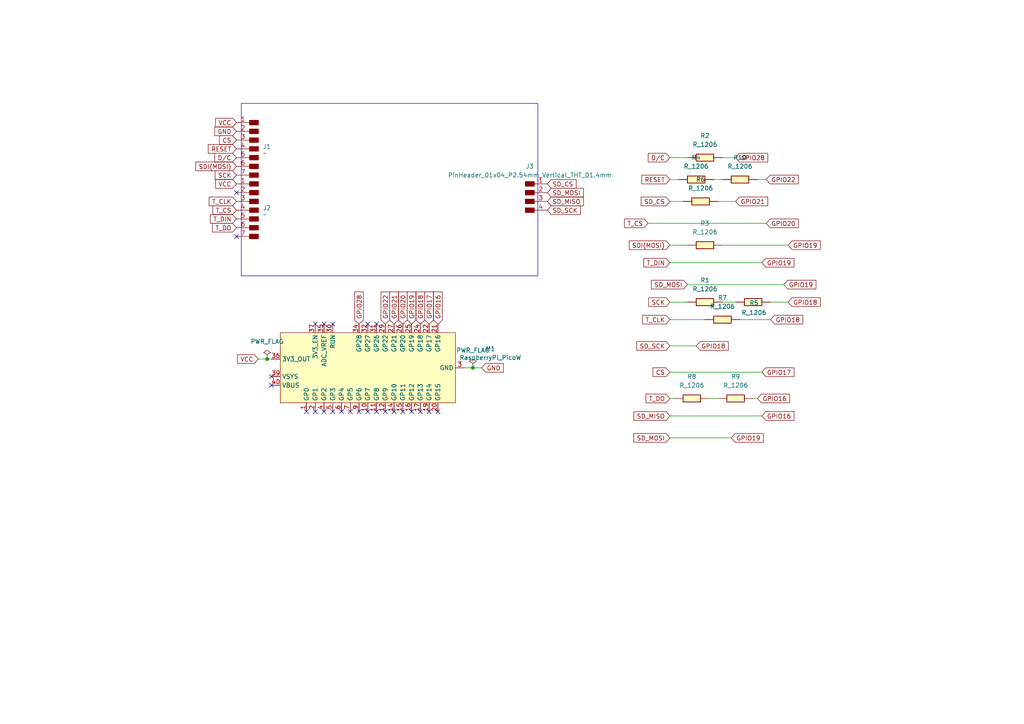
<source format=kicad_sch>
(kicad_sch (version 20231120) (generator "eeschema") (generator_version "8.0")
  (paper "A4")
  (lib_symbols
    (symbol "fab.kicad_sym:Module_RaspberryPi_PicoW_SocketTHT"
      (property "Reference" "M" (at 0 0 0))
      (property "Value" "Module_RaspberryPi_PicoW_SocketTHT" (at 0 0 0))
      (symbol "Module_RaspberryPi_PicoW_SocketTHT_1_1"
        (rectangle (start -10.16 25.4) (end 10.16 -25.4) (fill (type background)))
        (pin bidirectional line (at -12.7 17.78 0) (length 2.54) (name "GP0") (number "1"))
        (pin bidirectional line (at -12.7 0 0) (length 2.54) (name "GP7") (number "10"))
        (pin bidirectional line (at -12.7 -2.54 0) (length 2.54) (name "GP8") (number "11"))
        (pin bidirectional line (at -12.7 -5.08 0) (length 2.54) (name "GP9") (number "12"))
        (pin passive line (at 0 -27.94 90) (length 2.54) hide (name "GND") (number "13"))
        (pin bidirectional line (at -12.7 -7.62 0) (length 2.54) (name "GP10") (number "14"))
        (pin bidirectional line (at -12.7 -10.16 0) (length 2.54) (name "GP11") (number "15"))
        (pin bidirectional line (at -12.7 -12.7 0) (length 2.54) (name "GP12") (number "16"))
        (pin bidirectional line (at -12.7 -15.24 0) (length 2.54) (name "GP13") (number "17"))
        (pin passive line (at 0 -27.94 90) (length 2.54) hide (name "GND") (number "18"))
        (pin bidirectional line (at -12.7 -17.78 0) (length 2.54) (name "GP14") (number "19"))
        (pin bidirectional line (at -12.7 15.24 0) (length 2.54) (name "GP1") (number "2"))
        (pin bidirectional line (at -12.7 -20.32 0) (length 2.54) (name "GP15") (number "20"))
        (pin bidirectional line (at 12.7 -20.32 180) (length 2.54) (name "GP16") (number "21"))
        (pin bidirectional line (at 12.7 -17.78 180) (length 2.54) (name "GP17") (number "22"))
        (pin passive line (at 0 -27.94 90) (length 2.54) hide (name "GND") (number "23"))
        (pin bidirectional line (at 12.7 -15.24 180) (length 2.54) (name "GP18") (number "24"))
        (pin bidirectional line (at 12.7 -12.7 180) (length 2.54) (name "GP19") (number "25"))
        (pin bidirectional line (at 12.7 -10.16 180) (length 2.54) (name "GP20") (number "26"))
        (pin bidirectional line (at 12.7 -7.62 180) (length 2.54) (name "GP21") (number "27"))
        (pin passive line (at 0 -27.94 90) (length 2.54) hide (name "GND") (number "28"))
        (pin bidirectional line (at 12.7 -5.08 180) (length 2.54) (name "GP22") (number "29"))
        (pin power_in line (at 0 -27.94 90) (length 2.54) (name "GND") (number "3"))
        (pin input line (at 12.7 10.16 180) (length 2.54) (name "RUN") (number "30"))
        (pin bidirectional line (at 12.7 -2.54 180) (length 2.54) (name "GP26") (number "31"))
        (pin bidirectional line (at 12.7 0 180) (length 2.54) (name "GP27") (number "32"))
        (pin passive line (at 0 -27.94 90) (length 2.54) hide (name "GND") (number "33"))
        (pin bidirectional line (at 12.7 2.54 180) (length 2.54) (name "GP28") (number "34"))
        (pin input line (at 12.7 12.7 180) (length 2.54) (name "ADC_VREF") (number "35"))
        (pin power_in line (at 2.54 27.94 270) (length 2.54) (name "3V3_OUT") (number "36"))
        (pin input line (at 12.7 15.24 180) (length 2.54) (name "3V3_EN") (number "37"))
        (pin passive line (at 0 -27.94 90) (length 2.54) hide (name "GND") (number "38"))
        (pin power_in line (at -2.54 27.94 270) (length 2.54) (name "VSYS") (number "39"))
        (pin bidirectional line (at -12.7 12.7 0) (length 2.54) (name "GP2") (number "4"))
        (pin power_in line (at -5.08 27.94 270) (length 2.54) (name "VBUS") (number "40"))
        (pin bidirectional line (at -12.7 10.16 0) (length 2.54) (name "GP3") (number "5"))
        (pin bidirectional line (at -12.7 7.62 0) (length 2.54) (name "GP4") (number "6"))
        (pin bidirectional line (at -12.7 5.08 0) (length 2.54) (name "GP5") (number "7"))
        (pin passive line (at 0 -27.94 90) (length 2.54) hide (name "GND") (number "8"))
        (pin bidirectional line (at -12.7 2.54 0) (length 2.54) (name "GP6") (number "9"))
      )
    )
    (symbol "fab.kicad_sym:PWR_FLAG" (power) (pin_numbers hide) (pin_names (offset 0) hide)
      (property "Value" "PWR_FLAG" (at 0 3.81 0))
      (symbol "PWR_FLAG_0_1"
        (polyline (pts (xy 0 0) (xy 0 1.27) (xy -1.016 1.905) (xy 0 2.54) (xy 1.016 1.905) (xy 0 1.27)))
      )
      (symbol "PWR_FLAG_1_0"
        (pin power_out line (at 0 0 90) (length 0) (name "PWR_FLAG") (number "1"))
      )
    )
    (symbol "fab.kicad_sym:PinHeader_01x04_P2.54mm_Vertical_THT_D1.4mm" (pin_names hide)
      (property "Reference" "J" (at 0 5.08 0))
      (property "Value" "PinHeader_01x04_P2.54mm_Vertical_THT_D1.4mm" (at 0 -7.62 0))
      (symbol "PinHeader_01x04_P2.54mm_Vertical_THT_D1.4mm_1_1"
        (rectangle (start -1.27 -4.445) (end 1.27 -5.715) (stroke (width 0.254)) (fill (type outline)))
        (rectangle (start -1.27 -1.905) (end 1.27 -3.175) (stroke (width 0.254)) (fill (type outline)))
        (rectangle (start -1.27 0.635) (end 1.27 -0.635) (stroke (width 0.254)) (fill (type outline)))
        (rectangle (start -1.27 3.175) (end 1.27 1.905) (stroke (width 0.254)) (fill (type outline)))
        (pin passive line (at 5.08 2.54 180) (length 3.81) (name "Pin_1") (number "1"))
        (pin passive line (at 5.08 0 180) (length 3.81) (name "Pin_2") (number "2"))
        (pin passive line (at 5.08 -2.54 180) (length 3.81) (name "Pin_3") (number "3"))
        (pin passive line (at 5.08 -5.08 180) (length 3.81) (name "Pin_4") (number "4"))
      )
    )
    (symbol "fab.kicad_sym:PinHeader_01x07_P2.54mm_Vertical_THT_D1.4mm" (pin_names hide)
      (property "Reference" "J" (at 0 10.16 0))
      (property "Value" "PinHeader_01x07_P2.54mm_Vertical_THT_D1.4mm" (at 0 -10.16 0))
      (symbol "PinHeader_01x07_P2.54mm_Vertical_THT_D1.4mm_1_1"
        (rectangle (start -1.27 -6.985) (end 1.27 -8.255) (stroke (width 0.254)) (fill (type outline)))
        (rectangle (start -1.27 -4.445) (end 1.27 -5.715) (stroke (width 0.254)) (fill (type outline)))
        (rectangle (start -1.27 -1.905) (end 1.27 -3.175) (stroke (width 0.254)) (fill (type outline)))
        (rectangle (start -1.27 0.635) (end 1.27 -0.635) (stroke (width 0.254)) (fill (type outline)))
        (rectangle (start -1.27 3.175) (end 1.27 1.905) (stroke (width 0.254)) (fill (type outline)))
        (rectangle (start -1.27 5.715) (end 1.27 4.445) (stroke (width 0.254)) (fill (type outline)))
        (rectangle (start -1.27 8.255) (end 1.27 6.985) (stroke (width 0.254)) (fill (type outline)))
        (pin passive line (at 5.08 7.62 180) (length 3.81) (name "Pin_1") (number "1"))
        (pin passive line (at 5.08 5.08 180) (length 3.81) (name "Pin_2") (number "2"))
        (pin passive line (at 5.08 2.54 180) (length 3.81) (name "Pin_3") (number "3"))
        (pin passive line (at 5.08 0 180) (length 3.81) (name "Pin_4") (number "4"))
        (pin passive line (at 5.08 -2.54 180) (length 3.81) (name "Pin_5") (number "5"))
        (pin passive line (at 5.08 -5.08 180) (length 3.81) (name "Pin_6") (number "6"))
        (pin passive line (at 5.08 -7.62 180) (length 3.81) (name "Pin_7") (number "7"))
      )
    )
    (symbol "fab.kicad_sym:R_1206" (pin_numbers hide) (pin_names (offset 0))
      (property "Reference" "R" (at 2.54 0 90))
      (property "Value" "R_1206" (at -2.54 0 90))
      (symbol "R_1206_0_1"
        (rectangle (start -1.016 -2.54) (end 1.016 2.54) (stroke (width 0.254)) (fill (type background)))
      )
      (symbol "R_1206_1_1"
        (pin passive line (at 0 5.08 270) (length 2.54) (name "~") (number "1"))
        (pin passive line (at 0 -5.08 90) (length 2.54) (name "~") (number "2"))
      )
    )
  )
  (junction (at 77.47 104.14))
  (junction (at 137.16 106.68))
  (no_connect (at 124.46 119.38))
  (no_connect (at 93.98 119.38))
  (no_connect (at 111.76 119.38))
  (no_connect (at 106.68 93.98))
  (no_connect (at 127 119.38))
  (no_connect (at 78.74 111.76))
  (no_connect (at 88.9 119.38))
  (no_connect (at 96.52 93.98))
  (no_connect (at 78.74 109.22))
  (no_connect (at 91.44 93.98))
  (no_connect (at 91.44 119.38))
  (no_connect (at 121.92 119.38))
  (no_connect (at 93.98 93.98))
  (no_connect (at 116.84 119.38))
  (no_connect (at 96.52 119.38))
  (no_connect (at 114.3 119.38))
  (no_connect (at 104.14 119.38))
  (no_connect (at 68.58 68.58))
  (no_connect (at 109.22 93.98))
  (no_connect (at 106.68 119.38))
  (no_connect (at 109.22 119.38))
  (no_connect (at 119.38 119.38))
  (no_connect (at 68.58 55.88))
  (no_connect (at 101.6 119.38))
  (no_connect (at 99.06 119.38))
  (wire (pts (xy 194.31 127) (xy 212.09 127)))
  (wire (pts (xy 194.31 115.57) (xy 195.58 115.57)))
  (wire (pts (xy 194.31 92.71) (xy 204.47 92.71)))
  (wire (pts (xy 209.55 71.12) (xy 228.6 71.12)))
  (wire (pts (xy 194.31 76.2) (xy 220.98 76.2)))
  (wire (pts (xy 134.62 106.68) (xy 137.16 106.68)))
  (wire (pts (xy 199.39 82.55) (xy 227.33 82.55)))
  (wire (pts (xy 187.96 64.77) (xy 222.25 64.77)))
  (wire (pts (xy 194.31 100.33) (xy 201.93 100.33)))
  (wire (pts (xy 208.28 58.42) (xy 213.36 58.42)))
  (wire (pts (xy 194.31 45.72) (xy 199.39 45.72)))
  (wire (pts (xy 223.52 87.63) (xy 228.6 87.63)))
  (wire (pts (xy 219.71 52.07) (xy 222.25 52.07)))
  (wire (pts (xy 209.55 87.63) (xy 213.36 87.63)))
  (wire (pts (xy 205.74 115.57) (xy 208.28 115.57)))
  (wire (pts (xy 77.47 104.14) (xy 78.74 104.14)))
  (wire (pts (xy 194.31 87.63) (xy 199.39 87.63)))
  (wire (pts (xy 74.93 104.14) (xy 77.47 104.14)))
  (wire (pts (xy 194.31 120.65) (xy 220.98 120.65)))
  (wire (pts (xy 214.63 92.71) (xy 223.52 92.71)))
  (wire (pts (xy 194.31 52.07) (xy 196.85 52.07)))
  (wire (pts (xy 137.16 106.68) (xy 139.7 106.68)))
  (wire (pts (xy 194.31 71.12) (xy 199.39 71.12)))
  (wire (pts (xy 218.44 115.57) (xy 219.71 115.57)))
  (wire (pts (xy 207.01 52.07) (xy 209.55 52.07)))
  (wire (pts (xy 194.31 107.95) (xy 220.98 107.95)))
  (wire (pts (xy 194.31 58.42) (xy 198.12 58.42)))
  (wire (pts (xy 209.55 45.72) (xy 213.36 45.72)))
  (rectangle (start 70 30) (end 156 80))
  (global_label "SD_MOSI" (shape input) (at 158.75 55.88 0) (property "Intersheetrefs" "${INTERSHEET_REFS}" (effects (hide yes))))
  (global_label "GPIO19" (shape input) (at 227.33 82.55 0) (property "Intersheetrefs" "${INTERSHEET_REFS}" (effects (hide yes))))
  (global_label "GPIO21" (shape input) (at 213.36 58.42 0) (property "Intersheetrefs" "${INTERSHEET_REFS}" (effects (hide yes))))
  (global_label "T_CLK" (shape input) (at 68.58 58.42 180) (property "Intersheetrefs" "${INTERSHEET_REFS}" (effects (hide yes))))
  (global_label "RESET" (shape input) (at 194.31 52.07 180) (property "Intersheetrefs" "${INTERSHEET_REFS}" (effects (hide yes))))
  (global_label "GPIO20" (shape input) (at 222.25 64.77 0) (property "Intersheetrefs" "${INTERSHEET_REFS}" (effects (hide yes))))
  (global_label "GPIO22" (shape input) (at 111.76 93.98 90) (property "Intersheetrefs" "${INTERSHEET_REFS}" (effects (hide yes))))
  (global_label "SDI(MOSI)" (shape input) (at 194.31 71.12 180) (property "Intersheetrefs" "${INTERSHEET_REFS}" (effects (hide yes))))
  (global_label "GPIO18" (shape input) (at 201.93 100.33 0) (property "Intersheetrefs" "${INTERSHEET_REFS}" (effects (hide yes))))
  (global_label "SD_MOSI" (shape input) (at 199.39 82.55 180) (property "Intersheetrefs" "${INTERSHEET_REFS}" (effects (hide yes))))
  (global_label "GPIO19" (shape input) (at 119.38 93.98 90) (property "Intersheetrefs" "${INTERSHEET_REFS}" (effects (hide yes))))
  (global_label "SD_SCK" (shape input) (at 194.31 100.33 180) (property "Intersheetrefs" "${INTERSHEET_REFS}" (effects (hide yes))))
  (global_label "VCC" (shape input) (at 68.58 35.56 180) (property "Intersheetrefs" "${INTERSHEET_REFS}" (effects (hide yes))))
  (global_label "GPIO28" (shape input) (at 213.36 45.72 0) (property "Intersheetrefs" "${INTERSHEET_REFS}" (effects (hide yes))))
  (global_label "SD_MOSI" (shape input) (at 194.31 127 180) (property "Intersheetrefs" "${INTERSHEET_REFS}" (effects (hide yes))))
  (global_label "T_DO" (shape input) (at 68.58 66.04 180) (property "Intersheetrefs" "${INTERSHEET_REFS}" (effects (hide yes))))
  (global_label "SD_CS" (shape input) (at 194.31 58.42 180) (property "Intersheetrefs" "${INTERSHEET_REFS}" (effects (hide yes))))
  (global_label "D{slash}C" (shape input) (at 194.31 45.72 180) (property "Intersheetrefs" "${INTERSHEET_REFS}" (effects (hide yes))))
  (global_label "D{slash}C" (shape input) (at 68.58 45.72 180) (property "Intersheetrefs" "${INTERSHEET_REFS}" (effects (hide yes))))
  (global_label "T_CS" (shape input) (at 187.96 64.77 180) (property "Intersheetrefs" "${INTERSHEET_REFS}" (effects (hide yes))))
  (global_label "GPIO19" (shape input) (at 228.6 71.12 0) (property "Intersheetrefs" "${INTERSHEET_REFS}" (effects (hide yes))))
  (global_label "GPIO22" (shape input) (at 222.25 52.07 0) (property "Intersheetrefs" "${INTERSHEET_REFS}" (effects (hide yes))))
  (global_label "GPIO16" (shape input) (at 127 93.98 90) (property "Intersheetrefs" "${INTERSHEET_REFS}" (effects (hide yes))))
  (global_label "SD_MISO" (shape input) (at 194.31 120.65 180) (property "Intersheetrefs" "${INTERSHEET_REFS}" (effects (hide yes))))
  (global_label "GPIO18" (shape input) (at 228.6 87.63 0) (property "Intersheetrefs" "${INTERSHEET_REFS}" (effects (hide yes))))
  (global_label "VCC" (shape input) (at 68.58 53.34 180) (property "Intersheetrefs" "${INTERSHEET_REFS}" (effects (hide yes))))
  (global_label "T_DIN" (shape input) (at 194.31 76.2 180) (property "Intersheetrefs" "${INTERSHEET_REFS}" (effects (hide yes))))
  (global_label "GND" (shape input) (at 139.7 106.68 0) (property "Intersheetrefs" "${INTERSHEET_REFS}" (effects (hide yes))))
  (global_label "VCC" (shape input) (at 74.93 104.14 180) (property "Intersheetrefs" "${INTERSHEET_REFS}" (effects (hide yes))))
  (global_label "GPIO18" (shape input) (at 121.92 93.98 90) (property "Intersheetrefs" "${INTERSHEET_REFS}" (effects (hide yes))))
  (global_label "GPIO20" (shape input) (at 116.84 93.98 90) (property "Intersheetrefs" "${INTERSHEET_REFS}" (effects (hide yes))))
  (global_label "GPIO19" (shape input) (at 212.09 127 0) (property "Intersheetrefs" "${INTERSHEET_REFS}" (effects (hide yes))))
  (global_label "T_CS" (shape input) (at 68.58 60.96 180) (property "Intersheetrefs" "${INTERSHEET_REFS}" (effects (hide yes))))
  (global_label "T_DIN" (shape input) (at 68.58 63.5 180) (property "Intersheetrefs" "${INTERSHEET_REFS}" (effects (hide yes))))
  (global_label "CS" (shape input) (at 194.31 107.95 180) (property "Intersheetrefs" "${INTERSHEET_REFS}" (effects (hide yes))))
  (global_label "GPIO18" (shape input) (at 223.52 92.71 0) (property "Intersheetrefs" "${INTERSHEET_REFS}" (effects (hide yes))))
  (global_label "RESET" (shape input) (at 68.58 43.18 180) (property "Intersheetrefs" "${INTERSHEET_REFS}" (effects (hide yes))))
  (global_label "GPIO17" (shape input) (at 220.98 107.95 0) (property "Intersheetrefs" "${INTERSHEET_REFS}" (effects (hide yes))))
  (global_label "SD_CS" (shape input) (at 158.75 53.34 0) (property "Intersheetrefs" "${INTERSHEET_REFS}" (effects (hide yes))))
  (global_label "SCK" (shape input) (at 68.58 50.8 180) (property "Intersheetrefs" "${INTERSHEET_REFS}" (effects (hide yes))))
  (global_label "GPIO21" (shape input) (at 114.3 93.98 90) (property "Intersheetrefs" "${INTERSHEET_REFS}" (effects (hide yes))))
  (global_label "GPIO16" (shape input) (at 219.71 115.57 0) (property "Intersheetrefs" "${INTERSHEET_REFS}" (effects (hide yes))))
  (global_label "SDI(MOSI)" (shape input) (at 68.58 48.26 180) (property "Intersheetrefs" "${INTERSHEET_REFS}" (effects (hide yes))))
  (global_label "GPIO16" (shape input) (at 220.98 120.65 0) (property "Intersheetrefs" "${INTERSHEET_REFS}" (effects (hide yes))))
  (global_label "T_DO" (shape input) (at 194.31 115.57 180) (property "Intersheetrefs" "${INTERSHEET_REFS}" (effects (hide yes))))
  (global_label "SCK" (shape input) (at 194.31 87.63 180) (property "Intersheetrefs" "${INTERSHEET_REFS}" (effects (hide yes))))
  (global_label "GND" (shape input) (at 68.58 38.1 180) (property "Intersheetrefs" "${INTERSHEET_REFS}" (effects (hide yes))))
  (global_label "T_CLK" (shape input) (at 194.31 92.71 180) (property "Intersheetrefs" "${INTERSHEET_REFS}" (effects (hide yes))))
  (global_label "GPIO17" (shape input) (at 124.46 93.98 90) (property "Intersheetrefs" "${INTERSHEET_REFS}" (effects (hide yes))))
  (global_label "CS" (shape input) (at 68.58 40.64 180) (property "Intersheetrefs" "${INTERSHEET_REFS}" (effects (hide yes))))
  (global_label "SD_SCK" (shape input) (at 158.75 60.96 0) (property "Intersheetrefs" "${INTERSHEET_REFS}" (effects (hide yes))))
  (global_label "GPIO28" (shape input) (at 104.14 93.98 90) (property "Intersheetrefs" "${INTERSHEET_REFS}" (effects (hide yes))))
  (global_label "SD_MISO" (shape input) (at 158.75 58.42 0) (property "Intersheetrefs" "${INTERSHEET_REFS}" (effects (hide yes))))
  (global_label "GPIO19" (shape input) (at 220.98 76.2 0) (property "Intersheetrefs" "${INTERSHEET_REFS}" (effects (hide yes))))
  (symbol (lib_id "fab.kicad_sym:Module_RaspberryPi_PicoW_SocketTHT") (at 106.68 106.68 90) (unit 1)
    (property "Reference" "M1" (at 142.24 101.1838 90))
    (property "Value" "RaspberryPi_PicoW" (at 142.24 103.7238 90))
    (property "Footprint" "fab:RaspberryPi_PicoW_SocketTHT" (effects (hide yes)))
    (property "Datasheet" "https://datasheets.raspberrypi.com/picow/pico-w-datasheet.pdf" (effects (hide yes)))
    (property "Description" "RP2040 Transceiver; 802.11 b/g/n (Wi-Fi, WiFi, WLAN), Bluetooth® 5 2.4GHz Evaluation Board" (effects (hide yes)))
  )
  (symbol (lib_id "fab.kicad_sym:R_1206") (at 218.44 87.63 90) (unit 1)
    (property "Reference" "R5" (at 218.694 87.884 90))
    (property "Value" "R_1206" (at 218.694 90.678 90))
    (property "Footprint" "fab:R_1206" (effects (hide yes)))
    (property "Description" "Resistor" (effects (hide yes)))
  )
  (symbol (lib_id "fab.kicad_sym:R_1206") (at 214.63 52.07 90) (unit 1)
    (property "Reference" "R10" (at 214.63 45.72 90))
    (property "Value" "R_1206" (at 214.63 48.26 90))
    (property "Footprint" "fab:R_1206" (effects (hide yes)))
    (property "Description" "Resistor" (effects (hide yes)))
  )
  (symbol (lib_id "fab.kicad_sym:PinHeader_01x07_P2.54mm_Vertical_THT_D1.4mm") (at 73.66 60.96 0) (mirror y) (unit 1)
    (property "Reference" "J2" (at 76.2 60.3249 0) (effects (justify right)))
    (property "Value" "~" (at 76.2 62.23 0) (effects (justify right)))
    (property "Footprint" "fab:PinHeader_01x07_P2.54mm_Vertical_THT_D1.4mm" (effects (hide yes)))
    (property "Datasheet" "https://media.digikey.com/PDF/Data%20Sheets/Sullins%20PDFs/xRxCzzzSxxN-RC_ST_11635-B.pdf" (effects (hide yes)))
    (property "Description" "Connector Header Through Hole 7 positions 0.100\" (2.54mm)" (effects (hide yes)))
  )
  (symbol (lib_id "fab.kicad_sym:PWR_FLAG") (at 77.47 104.14 0) (unit 1)
    (property "Reference" "#FLG2" (effects (hide yes)))
    (property "Value" "PWR_FLAG" (at 77.47 99.06 0))
    (property "Description" "Special symbol for telling ERC where power comes from" (effects (hide yes)))
  )
  (symbol (lib_id "fab.kicad_sym:PWR_FLAG") (at 137.16 106.68 0) (unit 1)
    (property "Reference" "#FLG1" (effects (hide yes)))
    (property "Value" "PWR_FLAG" (at 137.16 101.6 0))
    (property "Description" "Special symbol for telling ERC where power comes from" (effects (hide yes)))
  )
  (symbol (lib_id "fab.kicad_sym:R_1206") (at 200.66 115.57 90) (unit 1)
    (property "Reference" "R8" (at 200.66 109.22 90))
    (property "Value" "R_1206" (at 200.66 111.76 90))
    (property "Footprint" "fab:R_1206" (effects (hide yes)))
    (property "Description" "Resistor" (effects (hide yes)))
  )
  (symbol (lib_id "fab.kicad_sym:PinHeader_01x07_P2.54mm_Vertical_THT_D1.4mm") (at 73.66 43.18 0) (mirror y) (unit 1)
    (property "Reference" "J1" (at 76.2 42.5449 0) (effects (justify right)))
    (property "Value" "~" (at 76.2 44.45 0) (effects (justify right)))
    (property "Footprint" "fab:PinHeader_01x07_P2.54mm_Vertical_THT_D1.4mm" (effects (hide yes)))
    (property "Datasheet" "https://media.digikey.com/PDF/Data%20Sheets/Sullins%20PDFs/xRxCzzzSxxN-RC_ST_11635-B.pdf" (effects (hide yes)))
    (property "Description" "Connector Header Through Hole 7 positions 0.100\" (2.54mm)" (effects (hide yes)))
  )
  (symbol (lib_id "fab.kicad_sym:R_1206") (at 204.47 71.12 90) (unit 1)
    (property "Reference" "R3" (at 204.47 64.77 90))
    (property "Value" "R_1206" (at 204.47 67.31 90))
    (property "Footprint" "fab:R_1206" (effects (hide yes)))
    (property "Description" "Resistor" (effects (hide yes)))
  )
  (symbol (lib_id "fab.kicad_sym:R_1206") (at 201.93 52.07 90) (unit 1)
    (property "Reference" "R4" (at 201.93 45.72 90))
    (property "Value" "R_1206" (at 201.93 48.26 90))
    (property "Footprint" "fab:R_1206" (effects (hide yes)))
    (property "Description" "Resistor" (effects (hide yes)))
  )
  (symbol (lib_id "fab.kicad_sym:R_1206") (at 204.47 87.63 90) (unit 1)
    (property "Reference" "R1" (at 204.47 81.28 90))
    (property "Value" "R_1206" (at 204.47 83.82 90))
    (property "Footprint" "fab:R_1206" (effects (hide yes)))
    (property "Description" "Resistor" (effects (hide yes)))
  )
  (symbol (lib_id "fab.kicad_sym:R_1206") (at 209.55 92.71 90) (unit 1)
    (property "Reference" "R7" (at 209.55 86.36 90))
    (property "Value" "R_1206" (at 209.55 88.9 90))
    (property "Footprint" "fab:R_1206" (effects (hide yes)))
    (property "Description" "Resistor" (effects (hide yes)))
  )
  (symbol (lib_id "fab.kicad_sym:R_1206") (at 213.36 115.57 90) (unit 1)
    (property "Reference" "R9" (at 213.36 109.22 90))
    (property "Value" "R_1206" (at 213.36 111.76 90))
    (property "Footprint" "fab:R_1206" (effects (hide yes)))
    (property "Description" "Resistor" (effects (hide yes)))
  )
  (symbol (lib_id "fab.kicad_sym:PinHeader_01x04_P2.54mm_Vertical_THT_D1.4mm") (at 153.67 55.88 0) (unit 1)
    (property "Reference" "J3" (at 153.67 48.26 0))
    (property "Value" "PinHeader_01x04_P2.54mm_Vertical_THT_D1.4mm" (at 153.67 50.8 0))
    (property "Footprint" "fab:PinHeader_01x04_P2.54mm_Vertical_THT_D1.4mm" (effects (hide yes)))
    (property "Description" "Male connector, single row" (effects (hide yes)))
  )
  (symbol (lib_id "fab.kicad_sym:R_1206") (at 204.47 45.72 90) (unit 1)
    (property "Reference" "R2" (at 204.47 39.37 90))
    (property "Value" "R_1206" (at 204.47 41.91 90))
    (property "Footprint" "fab:R_1206" (effects (hide yes)))
    (property "Description" "Resistor" (effects (hide yes)))
  )
  (symbol (lib_id "fab.kicad_sym:R_1206") (at 203.2 58.42 90) (unit 1)
    (property "Reference" "R6" (at 203.2 52.07 90))
    (property "Value" "R_1206" (at 203.2 54.61 90))
    (property "Footprint" "fab:R_1206" (effects (hide yes)))
    (property "Description" "Resistor" (effects (hide yes)))
  )
)
</source>
